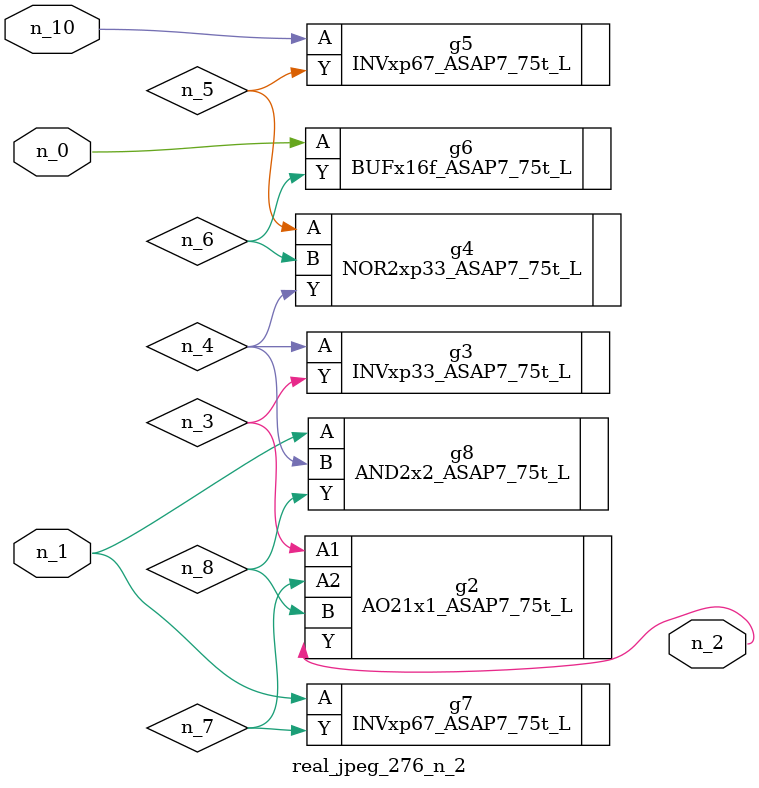
<source format=v>
module real_jpeg_276_n_2 (n_1, n_10, n_0, n_2);

input n_1;
input n_10;
input n_0;

output n_2;

wire n_5;
wire n_4;
wire n_8;
wire n_6;
wire n_7;
wire n_3;

BUFx16f_ASAP7_75t_L g6 ( 
.A(n_0),
.Y(n_6)
);

INVxp67_ASAP7_75t_L g7 ( 
.A(n_1),
.Y(n_7)
);

AND2x2_ASAP7_75t_L g8 ( 
.A(n_1),
.B(n_4),
.Y(n_8)
);

AO21x1_ASAP7_75t_L g2 ( 
.A1(n_3),
.A2(n_7),
.B(n_8),
.Y(n_2)
);

INVxp33_ASAP7_75t_L g3 ( 
.A(n_4),
.Y(n_3)
);

NOR2xp33_ASAP7_75t_L g4 ( 
.A(n_5),
.B(n_6),
.Y(n_4)
);

INVxp67_ASAP7_75t_L g5 ( 
.A(n_10),
.Y(n_5)
);


endmodule
</source>
